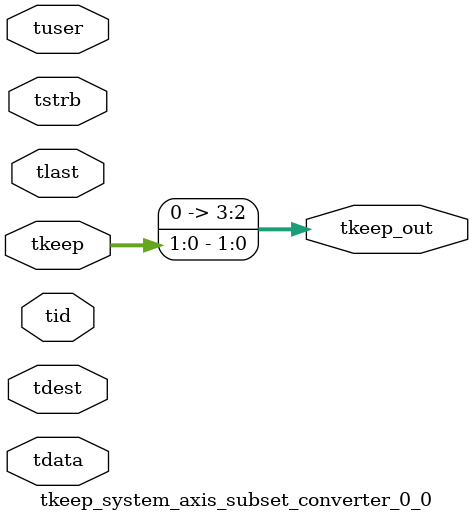
<source format=v>


`timescale 1ps/1ps

module tkeep_system_axis_subset_converter_0_0 #
(
parameter C_S_AXIS_TDATA_WIDTH = 32,
parameter C_S_AXIS_TUSER_WIDTH = 0,
parameter C_S_AXIS_TID_WIDTH   = 0,
parameter C_S_AXIS_TDEST_WIDTH = 0,
parameter C_M_AXIS_TDATA_WIDTH = 32
)
(
input  [(C_S_AXIS_TDATA_WIDTH == 0 ? 1 : C_S_AXIS_TDATA_WIDTH)-1:0     ] tdata,
input  [(C_S_AXIS_TUSER_WIDTH == 0 ? 1 : C_S_AXIS_TUSER_WIDTH)-1:0     ] tuser,
input  [(C_S_AXIS_TID_WIDTH   == 0 ? 1 : C_S_AXIS_TID_WIDTH)-1:0       ] tid,
input  [(C_S_AXIS_TDEST_WIDTH == 0 ? 1 : C_S_AXIS_TDEST_WIDTH)-1:0     ] tdest,
input  [(C_S_AXIS_TDATA_WIDTH/8)-1:0 ] tkeep,
input  [(C_S_AXIS_TDATA_WIDTH/8)-1:0 ] tstrb,
input                                                                    tlast,
output [(C_M_AXIS_TDATA_WIDTH/8)-1:0 ] tkeep_out
);

assign tkeep_out = {tkeep[1:0]};

endmodule


</source>
